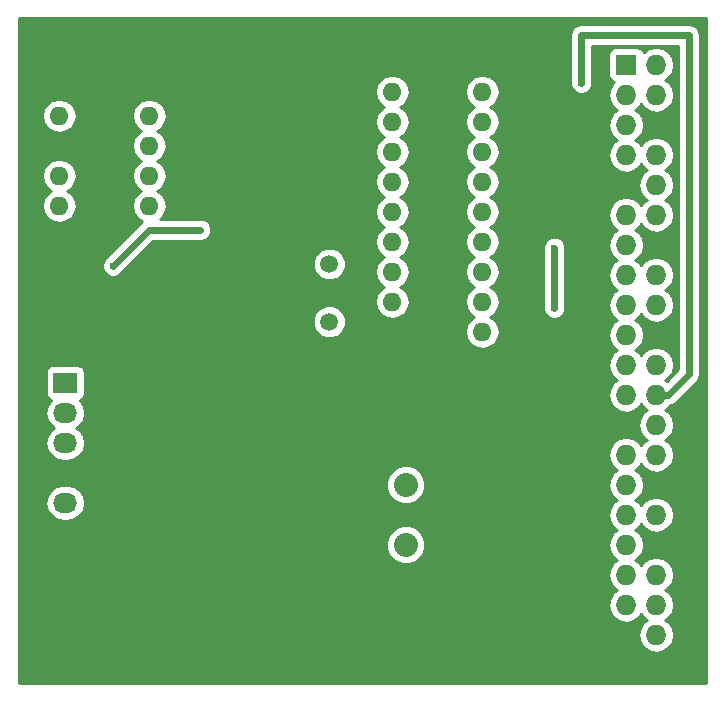
<source format=gbr>
G04 #@! TF.FileFunction,Copper,L2,Bot,Signal*
%FSLAX46Y46*%
G04 Gerber Fmt 4.6, Leading zero omitted, Abs format (unit mm)*
G04 Created by KiCad (PCBNEW 4.0.1-3.201512221402+6198~38~ubuntu14.04.1-stable) date Fri 08 Jan 2016 09:21:13 PM CST*
%MOMM*%
G01*
G04 APERTURE LIST*
%ADD10C,0.100000*%
%ADD11R,2.032000X1.727200*%
%ADD12O,2.032000X1.727200*%
%ADD13R,1.727200X1.727200*%
%ADD14O,1.727200X1.727200*%
%ADD15C,2.032000*%
%ADD16O,2.032000X2.032000*%
%ADD17O,1.600000X1.600000*%
%ADD18C,1.501140*%
%ADD19C,0.600000*%
%ADD20C,0.600000*%
%ADD21C,0.254000*%
G04 APERTURE END LIST*
D10*
D11*
X127254000Y-128778000D03*
D12*
X127254000Y-131318000D03*
X127254000Y-133858000D03*
X127254000Y-136398000D03*
X127254000Y-138938000D03*
X127254000Y-141478000D03*
D13*
X174752000Y-101854000D03*
D14*
X177292000Y-101854000D03*
X174752000Y-104394000D03*
X177292000Y-104394000D03*
X174752000Y-106934000D03*
X177292000Y-106934000D03*
X174752000Y-109474000D03*
X177292000Y-109474000D03*
X174752000Y-112014000D03*
X177292000Y-112014000D03*
X174752000Y-114554000D03*
X177292000Y-114554000D03*
X174752000Y-117094000D03*
X177292000Y-117094000D03*
X174752000Y-119634000D03*
X177292000Y-119634000D03*
X174752000Y-122174000D03*
X177292000Y-122174000D03*
X174752000Y-124714000D03*
X177292000Y-124714000D03*
X174752000Y-127254000D03*
X177292000Y-127254000D03*
X174752000Y-129794000D03*
X177292000Y-129794000D03*
X174752000Y-132334000D03*
X177292000Y-132334000D03*
X174752000Y-134874000D03*
X177292000Y-134874000D03*
X174752000Y-137414000D03*
X177292000Y-137414000D03*
X174752000Y-139954000D03*
X177292000Y-139954000D03*
X174752000Y-142494000D03*
X177292000Y-142494000D03*
X174752000Y-145034000D03*
X177292000Y-145034000D03*
X174752000Y-147574000D03*
X177292000Y-147574000D03*
X174752000Y-150114000D03*
X177292000Y-150114000D03*
D15*
X156083000Y-142494000D03*
X156083000Y-137414000D03*
D16*
X156083000Y-139954000D03*
D17*
X126746000Y-106172000D03*
X126746000Y-108712000D03*
X126746000Y-111252000D03*
X126746000Y-113792000D03*
X134366000Y-113792000D03*
X134366000Y-111252000D03*
X134366000Y-108712000D03*
X134366000Y-106172000D03*
X154940000Y-104140000D03*
X154940000Y-106680000D03*
X154940000Y-109220000D03*
X154940000Y-111760000D03*
X154940000Y-114300000D03*
X154940000Y-116840000D03*
X154940000Y-119380000D03*
X154940000Y-121920000D03*
X154940000Y-124460000D03*
X162560000Y-124460000D03*
X162560000Y-121920000D03*
X162560000Y-119380000D03*
X162560000Y-116840000D03*
X162560000Y-114300000D03*
X162560000Y-111760000D03*
X162560000Y-109220000D03*
X162560000Y-106680000D03*
X162560000Y-104140000D03*
D18*
X149606000Y-118717060D03*
X149606000Y-123598940D03*
D19*
X127286000Y-122174000D03*
X144812000Y-129032000D03*
X144780000Y-122904000D03*
X141954000Y-106172000D03*
X168656000Y-117348000D03*
X168656000Y-122428000D03*
X170942000Y-103378000D03*
X131286000Y-118872000D03*
X138684000Y-115824000D03*
D20*
X127286000Y-122174000D02*
X127254000Y-122174000D01*
X144812000Y-129032000D02*
X144780000Y-129032000D01*
X144780000Y-122904000D02*
X144780000Y-122936000D01*
X141954000Y-106172000D02*
X141986000Y-106172000D01*
X168656000Y-122428000D02*
X168656000Y-117348000D01*
X180086000Y-100584000D02*
X180086000Y-99314000D01*
X170942000Y-103378000D02*
X170942000Y-99314000D01*
X170942000Y-99314000D02*
X178816000Y-99314000D01*
X177292000Y-129794000D02*
X178308000Y-129794000D01*
X180086000Y-128016000D02*
X178308000Y-129794000D01*
X180086000Y-100584000D02*
X180086000Y-128016000D01*
X180086000Y-99314000D02*
X178816000Y-99314000D01*
X134334000Y-115824000D02*
X138684000Y-115824000D01*
X131286000Y-118872000D02*
X134334000Y-115824000D01*
D21*
G36*
X181483000Y-154178000D02*
X123317000Y-154178000D01*
X123317000Y-142820963D01*
X154431714Y-142820963D01*
X154682534Y-143427995D01*
X155146563Y-143892834D01*
X155753155Y-144144713D01*
X156409963Y-144145286D01*
X157016995Y-143894466D01*
X157481834Y-143430437D01*
X157733713Y-142823845D01*
X157734286Y-142167037D01*
X157483466Y-141560005D01*
X157019437Y-141095166D01*
X156412845Y-140843287D01*
X155756037Y-140842714D01*
X155149005Y-141093534D01*
X154684166Y-141557563D01*
X154432287Y-142164155D01*
X154431714Y-142820963D01*
X123317000Y-142820963D01*
X123317000Y-138938000D01*
X125570655Y-138938000D01*
X125684729Y-139511489D01*
X126009585Y-139997670D01*
X126495766Y-140322526D01*
X127069255Y-140436600D01*
X127438745Y-140436600D01*
X128012234Y-140322526D01*
X128498415Y-139997670D01*
X128823271Y-139511489D01*
X128937345Y-138938000D01*
X128823271Y-138364511D01*
X128498415Y-137878330D01*
X128292831Y-137740963D01*
X154431714Y-137740963D01*
X154682534Y-138347995D01*
X155146563Y-138812834D01*
X155753155Y-139064713D01*
X156409963Y-139065286D01*
X157016995Y-138814466D01*
X157481834Y-138350437D01*
X157733713Y-137743845D01*
X157734286Y-137087037D01*
X157483466Y-136480005D01*
X157019437Y-136015166D01*
X156412845Y-135763287D01*
X155756037Y-135762714D01*
X155149005Y-136013534D01*
X154684166Y-136477563D01*
X154432287Y-137084155D01*
X154431714Y-137740963D01*
X128292831Y-137740963D01*
X128012234Y-137553474D01*
X127438745Y-137439400D01*
X127069255Y-137439400D01*
X126495766Y-137553474D01*
X126009585Y-137878330D01*
X125684729Y-138364511D01*
X125570655Y-138938000D01*
X123317000Y-138938000D01*
X123317000Y-131318000D01*
X125570655Y-131318000D01*
X125684729Y-131891489D01*
X126009585Y-132377670D01*
X126324366Y-132588000D01*
X126009585Y-132798330D01*
X125684729Y-133284511D01*
X125570655Y-133858000D01*
X125684729Y-134431489D01*
X126009585Y-134917670D01*
X126495766Y-135242526D01*
X127069255Y-135356600D01*
X127438745Y-135356600D01*
X128012234Y-135242526D01*
X128498415Y-134917670D01*
X128823271Y-134431489D01*
X128937345Y-133858000D01*
X128823271Y-133284511D01*
X128498415Y-132798330D01*
X128183634Y-132588000D01*
X128498415Y-132377670D01*
X128823271Y-131891489D01*
X128937345Y-131318000D01*
X128823271Y-130744511D01*
X128498415Y-130258330D01*
X128484087Y-130248757D01*
X128505317Y-130244762D01*
X128721441Y-130105690D01*
X128866431Y-129893490D01*
X128917440Y-129641600D01*
X128917440Y-127914400D01*
X128873162Y-127679083D01*
X128734090Y-127462959D01*
X128521890Y-127317969D01*
X128270000Y-127266960D01*
X126238000Y-127266960D01*
X126002683Y-127311238D01*
X125786559Y-127450310D01*
X125641569Y-127662510D01*
X125590560Y-127914400D01*
X125590560Y-129641600D01*
X125634838Y-129876917D01*
X125773910Y-130093041D01*
X125986110Y-130238031D01*
X126027439Y-130246400D01*
X126009585Y-130258330D01*
X125684729Y-130744511D01*
X125570655Y-131318000D01*
X123317000Y-131318000D01*
X123317000Y-123873338D01*
X148220190Y-123873338D01*
X148430686Y-124382777D01*
X148820113Y-124772884D01*
X149329184Y-124984269D01*
X149880398Y-124984750D01*
X150389837Y-124774254D01*
X150779944Y-124384827D01*
X150991329Y-123875756D01*
X150991810Y-123324542D01*
X150781314Y-122815103D01*
X150391887Y-122424996D01*
X149882816Y-122213611D01*
X149331602Y-122213130D01*
X148822163Y-122423626D01*
X148432056Y-122813053D01*
X148220671Y-123322124D01*
X148220190Y-123873338D01*
X123317000Y-123873338D01*
X123317000Y-119057167D01*
X130350838Y-119057167D01*
X130492883Y-119400943D01*
X130755673Y-119664192D01*
X131099201Y-119806838D01*
X131471167Y-119807162D01*
X131814943Y-119665117D01*
X132078192Y-119402327D01*
X132078355Y-119401935D01*
X132488832Y-118991458D01*
X148220190Y-118991458D01*
X148430686Y-119500897D01*
X148820113Y-119891004D01*
X149329184Y-120102389D01*
X149880398Y-120102870D01*
X150389837Y-119892374D01*
X150779944Y-119502947D01*
X150991329Y-118993876D01*
X150991810Y-118442662D01*
X150781314Y-117933223D01*
X150391887Y-117543116D01*
X149882816Y-117331731D01*
X149331602Y-117331250D01*
X148822163Y-117541746D01*
X148432056Y-117931173D01*
X148220671Y-118440244D01*
X148220190Y-118991458D01*
X132488832Y-118991458D01*
X134721290Y-116759000D01*
X138683184Y-116759000D01*
X138869167Y-116759162D01*
X139212943Y-116617117D01*
X139476192Y-116354327D01*
X139618838Y-116010799D01*
X139619162Y-115638833D01*
X139477117Y-115295057D01*
X139214327Y-115031808D01*
X138870799Y-114889162D01*
X138498833Y-114888838D01*
X138498441Y-114889000D01*
X135285638Y-114889000D01*
X135408811Y-114806698D01*
X135719880Y-114341151D01*
X135829113Y-113792000D01*
X135719880Y-113242849D01*
X135408811Y-112777302D01*
X135026725Y-112522000D01*
X135408811Y-112266698D01*
X135719880Y-111801151D01*
X135829113Y-111252000D01*
X135719880Y-110702849D01*
X135408811Y-110237302D01*
X135026725Y-109982000D01*
X135408811Y-109726698D01*
X135719880Y-109261151D01*
X135829113Y-108712000D01*
X135719880Y-108162849D01*
X135408811Y-107697302D01*
X135026725Y-107442000D01*
X135408811Y-107186698D01*
X135719880Y-106721151D01*
X135829113Y-106172000D01*
X135719880Y-105622849D01*
X135408811Y-105157302D01*
X134943264Y-104846233D01*
X134394113Y-104737000D01*
X134337887Y-104737000D01*
X133788736Y-104846233D01*
X133323189Y-105157302D01*
X133012120Y-105622849D01*
X132902887Y-106172000D01*
X133012120Y-106721151D01*
X133323189Y-107186698D01*
X133705275Y-107442000D01*
X133323189Y-107697302D01*
X133012120Y-108162849D01*
X132902887Y-108712000D01*
X133012120Y-109261151D01*
X133323189Y-109726698D01*
X133705275Y-109982000D01*
X133323189Y-110237302D01*
X133012120Y-110702849D01*
X132902887Y-111252000D01*
X133012120Y-111801151D01*
X133323189Y-112266698D01*
X133705275Y-112522000D01*
X133323189Y-112777302D01*
X133012120Y-113242849D01*
X132902887Y-113792000D01*
X133012120Y-114341151D01*
X133323189Y-114806698D01*
X133764535Y-115101596D01*
X133672855Y-115162855D01*
X130625146Y-118210564D01*
X130493808Y-118341673D01*
X130351162Y-118685201D01*
X130350838Y-119057167D01*
X123317000Y-119057167D01*
X123317000Y-111252000D01*
X125282887Y-111252000D01*
X125392120Y-111801151D01*
X125703189Y-112266698D01*
X126085275Y-112522000D01*
X125703189Y-112777302D01*
X125392120Y-113242849D01*
X125282887Y-113792000D01*
X125392120Y-114341151D01*
X125703189Y-114806698D01*
X126168736Y-115117767D01*
X126717887Y-115227000D01*
X126774113Y-115227000D01*
X127323264Y-115117767D01*
X127788811Y-114806698D01*
X128099880Y-114341151D01*
X128209113Y-113792000D01*
X128099880Y-113242849D01*
X127788811Y-112777302D01*
X127406725Y-112522000D01*
X127788811Y-112266698D01*
X128099880Y-111801151D01*
X128209113Y-111252000D01*
X128099880Y-110702849D01*
X127788811Y-110237302D01*
X127323264Y-109926233D01*
X126774113Y-109817000D01*
X126717887Y-109817000D01*
X126168736Y-109926233D01*
X125703189Y-110237302D01*
X125392120Y-110702849D01*
X125282887Y-111252000D01*
X123317000Y-111252000D01*
X123317000Y-106172000D01*
X125282887Y-106172000D01*
X125392120Y-106721151D01*
X125703189Y-107186698D01*
X126168736Y-107497767D01*
X126717887Y-107607000D01*
X126774113Y-107607000D01*
X127323264Y-107497767D01*
X127788811Y-107186698D01*
X128099880Y-106721151D01*
X128209113Y-106172000D01*
X128099880Y-105622849D01*
X127788811Y-105157302D01*
X127323264Y-104846233D01*
X126774113Y-104737000D01*
X126717887Y-104737000D01*
X126168736Y-104846233D01*
X125703189Y-105157302D01*
X125392120Y-105622849D01*
X125282887Y-106172000D01*
X123317000Y-106172000D01*
X123317000Y-104140000D01*
X153476887Y-104140000D01*
X153586120Y-104689151D01*
X153897189Y-105154698D01*
X154279275Y-105410000D01*
X153897189Y-105665302D01*
X153586120Y-106130849D01*
X153476887Y-106680000D01*
X153586120Y-107229151D01*
X153897189Y-107694698D01*
X154279275Y-107950000D01*
X153897189Y-108205302D01*
X153586120Y-108670849D01*
X153476887Y-109220000D01*
X153586120Y-109769151D01*
X153897189Y-110234698D01*
X154279275Y-110490000D01*
X153897189Y-110745302D01*
X153586120Y-111210849D01*
X153476887Y-111760000D01*
X153586120Y-112309151D01*
X153897189Y-112774698D01*
X154279275Y-113030000D01*
X153897189Y-113285302D01*
X153586120Y-113750849D01*
X153476887Y-114300000D01*
X153586120Y-114849151D01*
X153897189Y-115314698D01*
X154279275Y-115570000D01*
X153897189Y-115825302D01*
X153586120Y-116290849D01*
X153476887Y-116840000D01*
X153586120Y-117389151D01*
X153897189Y-117854698D01*
X154279275Y-118110000D01*
X153897189Y-118365302D01*
X153586120Y-118830849D01*
X153476887Y-119380000D01*
X153586120Y-119929151D01*
X153897189Y-120394698D01*
X154279275Y-120650000D01*
X153897189Y-120905302D01*
X153586120Y-121370849D01*
X153476887Y-121920000D01*
X153586120Y-122469151D01*
X153897189Y-122934698D01*
X154362736Y-123245767D01*
X154911887Y-123355000D01*
X154968113Y-123355000D01*
X155517264Y-123245767D01*
X155982811Y-122934698D01*
X156293880Y-122469151D01*
X156403113Y-121920000D01*
X156293880Y-121370849D01*
X155982811Y-120905302D01*
X155600725Y-120650000D01*
X155982811Y-120394698D01*
X156293880Y-119929151D01*
X156403113Y-119380000D01*
X156293880Y-118830849D01*
X155982811Y-118365302D01*
X155600725Y-118110000D01*
X155982811Y-117854698D01*
X156293880Y-117389151D01*
X156403113Y-116840000D01*
X156293880Y-116290849D01*
X155982811Y-115825302D01*
X155600725Y-115570000D01*
X155982811Y-115314698D01*
X156293880Y-114849151D01*
X156403113Y-114300000D01*
X156293880Y-113750849D01*
X155982811Y-113285302D01*
X155600725Y-113030000D01*
X155982811Y-112774698D01*
X156293880Y-112309151D01*
X156403113Y-111760000D01*
X156293880Y-111210849D01*
X155982811Y-110745302D01*
X155600725Y-110490000D01*
X155982811Y-110234698D01*
X156293880Y-109769151D01*
X156403113Y-109220000D01*
X156293880Y-108670849D01*
X155982811Y-108205302D01*
X155600725Y-107950000D01*
X155982811Y-107694698D01*
X156293880Y-107229151D01*
X156403113Y-106680000D01*
X156293880Y-106130849D01*
X155982811Y-105665302D01*
X155600725Y-105410000D01*
X155982811Y-105154698D01*
X156293880Y-104689151D01*
X156403113Y-104140000D01*
X161096887Y-104140000D01*
X161206120Y-104689151D01*
X161517189Y-105154698D01*
X161899275Y-105410000D01*
X161517189Y-105665302D01*
X161206120Y-106130849D01*
X161096887Y-106680000D01*
X161206120Y-107229151D01*
X161517189Y-107694698D01*
X161899275Y-107950000D01*
X161517189Y-108205302D01*
X161206120Y-108670849D01*
X161096887Y-109220000D01*
X161206120Y-109769151D01*
X161517189Y-110234698D01*
X161899275Y-110490000D01*
X161517189Y-110745302D01*
X161206120Y-111210849D01*
X161096887Y-111760000D01*
X161206120Y-112309151D01*
X161517189Y-112774698D01*
X161899275Y-113030000D01*
X161517189Y-113285302D01*
X161206120Y-113750849D01*
X161096887Y-114300000D01*
X161206120Y-114849151D01*
X161517189Y-115314698D01*
X161899275Y-115570000D01*
X161517189Y-115825302D01*
X161206120Y-116290849D01*
X161096887Y-116840000D01*
X161206120Y-117389151D01*
X161517189Y-117854698D01*
X161899275Y-118110000D01*
X161517189Y-118365302D01*
X161206120Y-118830849D01*
X161096887Y-119380000D01*
X161206120Y-119929151D01*
X161517189Y-120394698D01*
X161899275Y-120650000D01*
X161517189Y-120905302D01*
X161206120Y-121370849D01*
X161096887Y-121920000D01*
X161206120Y-122469151D01*
X161517189Y-122934698D01*
X161899275Y-123190000D01*
X161517189Y-123445302D01*
X161206120Y-123910849D01*
X161096887Y-124460000D01*
X161206120Y-125009151D01*
X161517189Y-125474698D01*
X161982736Y-125785767D01*
X162531887Y-125895000D01*
X162588113Y-125895000D01*
X163137264Y-125785767D01*
X163602811Y-125474698D01*
X163913880Y-125009151D01*
X164023113Y-124460000D01*
X163913880Y-123910849D01*
X163602811Y-123445302D01*
X163220725Y-123190000D01*
X163602811Y-122934698D01*
X163913880Y-122469151D01*
X164023113Y-121920000D01*
X163913880Y-121370849D01*
X163602811Y-120905302D01*
X163220725Y-120650000D01*
X163602811Y-120394698D01*
X163913880Y-119929151D01*
X164023113Y-119380000D01*
X163913880Y-118830849D01*
X163602811Y-118365302D01*
X163220725Y-118110000D01*
X163602811Y-117854698D01*
X163817651Y-117533167D01*
X167720838Y-117533167D01*
X167721000Y-117533559D01*
X167721000Y-122427184D01*
X167720838Y-122613167D01*
X167862883Y-122956943D01*
X168125673Y-123220192D01*
X168469201Y-123362838D01*
X168841167Y-123363162D01*
X169184943Y-123221117D01*
X169448192Y-122958327D01*
X169590838Y-122614799D01*
X169591162Y-122242833D01*
X169591000Y-122242441D01*
X169591000Y-117348816D01*
X169591162Y-117162833D01*
X169449117Y-116819057D01*
X169186327Y-116555808D01*
X168842799Y-116413162D01*
X168470833Y-116412838D01*
X168127057Y-116554883D01*
X167863808Y-116817673D01*
X167721162Y-117161201D01*
X167720838Y-117533167D01*
X163817651Y-117533167D01*
X163913880Y-117389151D01*
X164023113Y-116840000D01*
X163913880Y-116290849D01*
X163602811Y-115825302D01*
X163220725Y-115570000D01*
X163602811Y-115314698D01*
X163913880Y-114849151D01*
X164023113Y-114300000D01*
X163913880Y-113750849D01*
X163602811Y-113285302D01*
X163220725Y-113030000D01*
X163602811Y-112774698D01*
X163913880Y-112309151D01*
X164023113Y-111760000D01*
X163913880Y-111210849D01*
X163602811Y-110745302D01*
X163220725Y-110490000D01*
X163602811Y-110234698D01*
X163913880Y-109769151D01*
X164023113Y-109220000D01*
X163913880Y-108670849D01*
X163602811Y-108205302D01*
X163220725Y-107950000D01*
X163602811Y-107694698D01*
X163913880Y-107229151D01*
X164023113Y-106680000D01*
X163913880Y-106130849D01*
X163602811Y-105665302D01*
X163220725Y-105410000D01*
X163602811Y-105154698D01*
X163913880Y-104689151D01*
X164023113Y-104140000D01*
X163913880Y-103590849D01*
X163895384Y-103563167D01*
X170006838Y-103563167D01*
X170148883Y-103906943D01*
X170411673Y-104170192D01*
X170755201Y-104312838D01*
X171127167Y-104313162D01*
X171470943Y-104171117D01*
X171734192Y-103908327D01*
X171876838Y-103564799D01*
X171877162Y-103192833D01*
X171877000Y-103192441D01*
X171877000Y-100249000D01*
X179151000Y-100249000D01*
X179151000Y-127628710D01*
X178179822Y-128599888D01*
X178066248Y-128524000D01*
X178381029Y-128313670D01*
X178705885Y-127827489D01*
X178819959Y-127254000D01*
X178705885Y-126680511D01*
X178381029Y-126194330D01*
X177894848Y-125869474D01*
X177321359Y-125755400D01*
X177262641Y-125755400D01*
X176689152Y-125869474D01*
X176202971Y-126194330D01*
X176022000Y-126465172D01*
X175841029Y-126194330D01*
X175526248Y-125984000D01*
X175841029Y-125773670D01*
X176165885Y-125287489D01*
X176279959Y-124714000D01*
X176165885Y-124140511D01*
X175841029Y-123654330D01*
X175526248Y-123444000D01*
X175841029Y-123233670D01*
X176022000Y-122962828D01*
X176202971Y-123233670D01*
X176689152Y-123558526D01*
X177262641Y-123672600D01*
X177321359Y-123672600D01*
X177894848Y-123558526D01*
X178381029Y-123233670D01*
X178705885Y-122747489D01*
X178819959Y-122174000D01*
X178705885Y-121600511D01*
X178381029Y-121114330D01*
X178066248Y-120904000D01*
X178381029Y-120693670D01*
X178705885Y-120207489D01*
X178819959Y-119634000D01*
X178705885Y-119060511D01*
X178381029Y-118574330D01*
X177894848Y-118249474D01*
X177321359Y-118135400D01*
X177262641Y-118135400D01*
X176689152Y-118249474D01*
X176202971Y-118574330D01*
X176022000Y-118845172D01*
X175841029Y-118574330D01*
X175526248Y-118364000D01*
X175841029Y-118153670D01*
X176165885Y-117667489D01*
X176279959Y-117094000D01*
X176165885Y-116520511D01*
X175841029Y-116034330D01*
X175526248Y-115824000D01*
X175841029Y-115613670D01*
X176022000Y-115342828D01*
X176202971Y-115613670D01*
X176689152Y-115938526D01*
X177262641Y-116052600D01*
X177321359Y-116052600D01*
X177894848Y-115938526D01*
X178381029Y-115613670D01*
X178705885Y-115127489D01*
X178819959Y-114554000D01*
X178705885Y-113980511D01*
X178381029Y-113494330D01*
X178066248Y-113284000D01*
X178381029Y-113073670D01*
X178705885Y-112587489D01*
X178819959Y-112014000D01*
X178705885Y-111440511D01*
X178381029Y-110954330D01*
X178066248Y-110744000D01*
X178381029Y-110533670D01*
X178705885Y-110047489D01*
X178819959Y-109474000D01*
X178705885Y-108900511D01*
X178381029Y-108414330D01*
X177894848Y-108089474D01*
X177321359Y-107975400D01*
X177262641Y-107975400D01*
X176689152Y-108089474D01*
X176202971Y-108414330D01*
X176022000Y-108685172D01*
X175841029Y-108414330D01*
X175526248Y-108204000D01*
X175841029Y-107993670D01*
X176165885Y-107507489D01*
X176279959Y-106934000D01*
X176165885Y-106360511D01*
X175841029Y-105874330D01*
X175526248Y-105664000D01*
X175841029Y-105453670D01*
X176022000Y-105182828D01*
X176202971Y-105453670D01*
X176689152Y-105778526D01*
X177262641Y-105892600D01*
X177321359Y-105892600D01*
X177894848Y-105778526D01*
X178381029Y-105453670D01*
X178705885Y-104967489D01*
X178819959Y-104394000D01*
X178705885Y-103820511D01*
X178381029Y-103334330D01*
X178066248Y-103124000D01*
X178381029Y-102913670D01*
X178705885Y-102427489D01*
X178819959Y-101854000D01*
X178705885Y-101280511D01*
X178381029Y-100794330D01*
X177894848Y-100469474D01*
X177321359Y-100355400D01*
X177262641Y-100355400D01*
X176689152Y-100469474D01*
X176223558Y-100780574D01*
X176218762Y-100755083D01*
X176079690Y-100538959D01*
X175867490Y-100393969D01*
X175615600Y-100342960D01*
X173888400Y-100342960D01*
X173653083Y-100387238D01*
X173436959Y-100526310D01*
X173291969Y-100738510D01*
X173240960Y-100990400D01*
X173240960Y-102717600D01*
X173285238Y-102952917D01*
X173424310Y-103169041D01*
X173636510Y-103314031D01*
X173680131Y-103322864D01*
X173662971Y-103334330D01*
X173338115Y-103820511D01*
X173224041Y-104394000D01*
X173338115Y-104967489D01*
X173662971Y-105453670D01*
X173977752Y-105664000D01*
X173662971Y-105874330D01*
X173338115Y-106360511D01*
X173224041Y-106934000D01*
X173338115Y-107507489D01*
X173662971Y-107993670D01*
X173977752Y-108204000D01*
X173662971Y-108414330D01*
X173338115Y-108900511D01*
X173224041Y-109474000D01*
X173338115Y-110047489D01*
X173662971Y-110533670D01*
X174149152Y-110858526D01*
X174722641Y-110972600D01*
X174781359Y-110972600D01*
X175354848Y-110858526D01*
X175841029Y-110533670D01*
X176022000Y-110262828D01*
X176202971Y-110533670D01*
X176517752Y-110744000D01*
X176202971Y-110954330D01*
X175878115Y-111440511D01*
X175764041Y-112014000D01*
X175878115Y-112587489D01*
X176202971Y-113073670D01*
X176517752Y-113284000D01*
X176202971Y-113494330D01*
X176022000Y-113765172D01*
X175841029Y-113494330D01*
X175354848Y-113169474D01*
X174781359Y-113055400D01*
X174722641Y-113055400D01*
X174149152Y-113169474D01*
X173662971Y-113494330D01*
X173338115Y-113980511D01*
X173224041Y-114554000D01*
X173338115Y-115127489D01*
X173662971Y-115613670D01*
X173977752Y-115824000D01*
X173662971Y-116034330D01*
X173338115Y-116520511D01*
X173224041Y-117094000D01*
X173338115Y-117667489D01*
X173662971Y-118153670D01*
X173977752Y-118364000D01*
X173662971Y-118574330D01*
X173338115Y-119060511D01*
X173224041Y-119634000D01*
X173338115Y-120207489D01*
X173662971Y-120693670D01*
X173977752Y-120904000D01*
X173662971Y-121114330D01*
X173338115Y-121600511D01*
X173224041Y-122174000D01*
X173338115Y-122747489D01*
X173662971Y-123233670D01*
X173977752Y-123444000D01*
X173662971Y-123654330D01*
X173338115Y-124140511D01*
X173224041Y-124714000D01*
X173338115Y-125287489D01*
X173662971Y-125773670D01*
X173977752Y-125984000D01*
X173662971Y-126194330D01*
X173338115Y-126680511D01*
X173224041Y-127254000D01*
X173338115Y-127827489D01*
X173662971Y-128313670D01*
X173977752Y-128524000D01*
X173662971Y-128734330D01*
X173338115Y-129220511D01*
X173224041Y-129794000D01*
X173338115Y-130367489D01*
X173662971Y-130853670D01*
X174149152Y-131178526D01*
X174722641Y-131292600D01*
X174781359Y-131292600D01*
X175354848Y-131178526D01*
X175841029Y-130853670D01*
X176022000Y-130582828D01*
X176202971Y-130853670D01*
X176517752Y-131064000D01*
X176202971Y-131274330D01*
X175878115Y-131760511D01*
X175764041Y-132334000D01*
X175878115Y-132907489D01*
X176202971Y-133393670D01*
X176517752Y-133604000D01*
X176202971Y-133814330D01*
X176022000Y-134085172D01*
X175841029Y-133814330D01*
X175354848Y-133489474D01*
X174781359Y-133375400D01*
X174722641Y-133375400D01*
X174149152Y-133489474D01*
X173662971Y-133814330D01*
X173338115Y-134300511D01*
X173224041Y-134874000D01*
X173338115Y-135447489D01*
X173662971Y-135933670D01*
X173977752Y-136144000D01*
X173662971Y-136354330D01*
X173338115Y-136840511D01*
X173224041Y-137414000D01*
X173338115Y-137987489D01*
X173662971Y-138473670D01*
X173977752Y-138684000D01*
X173662971Y-138894330D01*
X173338115Y-139380511D01*
X173224041Y-139954000D01*
X173338115Y-140527489D01*
X173662971Y-141013670D01*
X173977752Y-141224000D01*
X173662971Y-141434330D01*
X173338115Y-141920511D01*
X173224041Y-142494000D01*
X173338115Y-143067489D01*
X173662971Y-143553670D01*
X173977752Y-143764000D01*
X173662971Y-143974330D01*
X173338115Y-144460511D01*
X173224041Y-145034000D01*
X173338115Y-145607489D01*
X173662971Y-146093670D01*
X173977752Y-146304000D01*
X173662971Y-146514330D01*
X173338115Y-147000511D01*
X173224041Y-147574000D01*
X173338115Y-148147489D01*
X173662971Y-148633670D01*
X174149152Y-148958526D01*
X174722641Y-149072600D01*
X174781359Y-149072600D01*
X175354848Y-148958526D01*
X175841029Y-148633670D01*
X176022000Y-148362828D01*
X176202971Y-148633670D01*
X176517752Y-148844000D01*
X176202971Y-149054330D01*
X175878115Y-149540511D01*
X175764041Y-150114000D01*
X175878115Y-150687489D01*
X176202971Y-151173670D01*
X176689152Y-151498526D01*
X177262641Y-151612600D01*
X177321359Y-151612600D01*
X177894848Y-151498526D01*
X178381029Y-151173670D01*
X178705885Y-150687489D01*
X178819959Y-150114000D01*
X178705885Y-149540511D01*
X178381029Y-149054330D01*
X178066248Y-148844000D01*
X178381029Y-148633670D01*
X178705885Y-148147489D01*
X178819959Y-147574000D01*
X178705885Y-147000511D01*
X178381029Y-146514330D01*
X178066248Y-146304000D01*
X178381029Y-146093670D01*
X178705885Y-145607489D01*
X178819959Y-145034000D01*
X178705885Y-144460511D01*
X178381029Y-143974330D01*
X177894848Y-143649474D01*
X177321359Y-143535400D01*
X177262641Y-143535400D01*
X176689152Y-143649474D01*
X176202971Y-143974330D01*
X176022000Y-144245172D01*
X175841029Y-143974330D01*
X175526248Y-143764000D01*
X175841029Y-143553670D01*
X176165885Y-143067489D01*
X176279959Y-142494000D01*
X176165885Y-141920511D01*
X175841029Y-141434330D01*
X175526248Y-141224000D01*
X175841029Y-141013670D01*
X176022000Y-140742828D01*
X176202971Y-141013670D01*
X176689152Y-141338526D01*
X177262641Y-141452600D01*
X177321359Y-141452600D01*
X177894848Y-141338526D01*
X178381029Y-141013670D01*
X178705885Y-140527489D01*
X178819959Y-139954000D01*
X178705885Y-139380511D01*
X178381029Y-138894330D01*
X177894848Y-138569474D01*
X177321359Y-138455400D01*
X177262641Y-138455400D01*
X176689152Y-138569474D01*
X176202971Y-138894330D01*
X176022000Y-139165172D01*
X175841029Y-138894330D01*
X175526248Y-138684000D01*
X175841029Y-138473670D01*
X176165885Y-137987489D01*
X176279959Y-137414000D01*
X176165885Y-136840511D01*
X175841029Y-136354330D01*
X175526248Y-136144000D01*
X175841029Y-135933670D01*
X176022000Y-135662828D01*
X176202971Y-135933670D01*
X176689152Y-136258526D01*
X177262641Y-136372600D01*
X177321359Y-136372600D01*
X177894848Y-136258526D01*
X178381029Y-135933670D01*
X178705885Y-135447489D01*
X178819959Y-134874000D01*
X178705885Y-134300511D01*
X178381029Y-133814330D01*
X178066248Y-133604000D01*
X178381029Y-133393670D01*
X178705885Y-132907489D01*
X178819959Y-132334000D01*
X178705885Y-131760511D01*
X178381029Y-131274330D01*
X178066248Y-131064000D01*
X178381029Y-130853670D01*
X178488294Y-130693137D01*
X178665809Y-130657827D01*
X178969145Y-130455145D01*
X180747145Y-128677145D01*
X180949827Y-128373809D01*
X181021000Y-128016000D01*
X181021000Y-99314000D01*
X180949827Y-98956191D01*
X180747145Y-98652855D01*
X180443809Y-98450173D01*
X180086000Y-98379000D01*
X170942000Y-98379000D01*
X170584191Y-98450173D01*
X170280855Y-98652855D01*
X170078173Y-98956191D01*
X170007000Y-99314000D01*
X170007000Y-103377184D01*
X170006838Y-103563167D01*
X163895384Y-103563167D01*
X163602811Y-103125302D01*
X163137264Y-102814233D01*
X162588113Y-102705000D01*
X162531887Y-102705000D01*
X161982736Y-102814233D01*
X161517189Y-103125302D01*
X161206120Y-103590849D01*
X161096887Y-104140000D01*
X156403113Y-104140000D01*
X156293880Y-103590849D01*
X155982811Y-103125302D01*
X155517264Y-102814233D01*
X154968113Y-102705000D01*
X154911887Y-102705000D01*
X154362736Y-102814233D01*
X153897189Y-103125302D01*
X153586120Y-103590849D01*
X153476887Y-104140000D01*
X123317000Y-104140000D01*
X123317000Y-97917000D01*
X181483000Y-97917000D01*
X181483000Y-154178000D01*
X181483000Y-154178000D01*
G37*
X181483000Y-154178000D02*
X123317000Y-154178000D01*
X123317000Y-142820963D01*
X154431714Y-142820963D01*
X154682534Y-143427995D01*
X155146563Y-143892834D01*
X155753155Y-144144713D01*
X156409963Y-144145286D01*
X157016995Y-143894466D01*
X157481834Y-143430437D01*
X157733713Y-142823845D01*
X157734286Y-142167037D01*
X157483466Y-141560005D01*
X157019437Y-141095166D01*
X156412845Y-140843287D01*
X155756037Y-140842714D01*
X155149005Y-141093534D01*
X154684166Y-141557563D01*
X154432287Y-142164155D01*
X154431714Y-142820963D01*
X123317000Y-142820963D01*
X123317000Y-138938000D01*
X125570655Y-138938000D01*
X125684729Y-139511489D01*
X126009585Y-139997670D01*
X126495766Y-140322526D01*
X127069255Y-140436600D01*
X127438745Y-140436600D01*
X128012234Y-140322526D01*
X128498415Y-139997670D01*
X128823271Y-139511489D01*
X128937345Y-138938000D01*
X128823271Y-138364511D01*
X128498415Y-137878330D01*
X128292831Y-137740963D01*
X154431714Y-137740963D01*
X154682534Y-138347995D01*
X155146563Y-138812834D01*
X155753155Y-139064713D01*
X156409963Y-139065286D01*
X157016995Y-138814466D01*
X157481834Y-138350437D01*
X157733713Y-137743845D01*
X157734286Y-137087037D01*
X157483466Y-136480005D01*
X157019437Y-136015166D01*
X156412845Y-135763287D01*
X155756037Y-135762714D01*
X155149005Y-136013534D01*
X154684166Y-136477563D01*
X154432287Y-137084155D01*
X154431714Y-137740963D01*
X128292831Y-137740963D01*
X128012234Y-137553474D01*
X127438745Y-137439400D01*
X127069255Y-137439400D01*
X126495766Y-137553474D01*
X126009585Y-137878330D01*
X125684729Y-138364511D01*
X125570655Y-138938000D01*
X123317000Y-138938000D01*
X123317000Y-131318000D01*
X125570655Y-131318000D01*
X125684729Y-131891489D01*
X126009585Y-132377670D01*
X126324366Y-132588000D01*
X126009585Y-132798330D01*
X125684729Y-133284511D01*
X125570655Y-133858000D01*
X125684729Y-134431489D01*
X126009585Y-134917670D01*
X126495766Y-135242526D01*
X127069255Y-135356600D01*
X127438745Y-135356600D01*
X128012234Y-135242526D01*
X128498415Y-134917670D01*
X128823271Y-134431489D01*
X128937345Y-133858000D01*
X128823271Y-133284511D01*
X128498415Y-132798330D01*
X128183634Y-132588000D01*
X128498415Y-132377670D01*
X128823271Y-131891489D01*
X128937345Y-131318000D01*
X128823271Y-130744511D01*
X128498415Y-130258330D01*
X128484087Y-130248757D01*
X128505317Y-130244762D01*
X128721441Y-130105690D01*
X128866431Y-129893490D01*
X128917440Y-129641600D01*
X128917440Y-127914400D01*
X128873162Y-127679083D01*
X128734090Y-127462959D01*
X128521890Y-127317969D01*
X128270000Y-127266960D01*
X126238000Y-127266960D01*
X126002683Y-127311238D01*
X125786559Y-127450310D01*
X125641569Y-127662510D01*
X125590560Y-127914400D01*
X125590560Y-129641600D01*
X125634838Y-129876917D01*
X125773910Y-130093041D01*
X125986110Y-130238031D01*
X126027439Y-130246400D01*
X126009585Y-130258330D01*
X125684729Y-130744511D01*
X125570655Y-131318000D01*
X123317000Y-131318000D01*
X123317000Y-123873338D01*
X148220190Y-123873338D01*
X148430686Y-124382777D01*
X148820113Y-124772884D01*
X149329184Y-124984269D01*
X149880398Y-124984750D01*
X150389837Y-124774254D01*
X150779944Y-124384827D01*
X150991329Y-123875756D01*
X150991810Y-123324542D01*
X150781314Y-122815103D01*
X150391887Y-122424996D01*
X149882816Y-122213611D01*
X149331602Y-122213130D01*
X148822163Y-122423626D01*
X148432056Y-122813053D01*
X148220671Y-123322124D01*
X148220190Y-123873338D01*
X123317000Y-123873338D01*
X123317000Y-119057167D01*
X130350838Y-119057167D01*
X130492883Y-119400943D01*
X130755673Y-119664192D01*
X131099201Y-119806838D01*
X131471167Y-119807162D01*
X131814943Y-119665117D01*
X132078192Y-119402327D01*
X132078355Y-119401935D01*
X132488832Y-118991458D01*
X148220190Y-118991458D01*
X148430686Y-119500897D01*
X148820113Y-119891004D01*
X149329184Y-120102389D01*
X149880398Y-120102870D01*
X150389837Y-119892374D01*
X150779944Y-119502947D01*
X150991329Y-118993876D01*
X150991810Y-118442662D01*
X150781314Y-117933223D01*
X150391887Y-117543116D01*
X149882816Y-117331731D01*
X149331602Y-117331250D01*
X148822163Y-117541746D01*
X148432056Y-117931173D01*
X148220671Y-118440244D01*
X148220190Y-118991458D01*
X132488832Y-118991458D01*
X134721290Y-116759000D01*
X138683184Y-116759000D01*
X138869167Y-116759162D01*
X139212943Y-116617117D01*
X139476192Y-116354327D01*
X139618838Y-116010799D01*
X139619162Y-115638833D01*
X139477117Y-115295057D01*
X139214327Y-115031808D01*
X138870799Y-114889162D01*
X138498833Y-114888838D01*
X138498441Y-114889000D01*
X135285638Y-114889000D01*
X135408811Y-114806698D01*
X135719880Y-114341151D01*
X135829113Y-113792000D01*
X135719880Y-113242849D01*
X135408811Y-112777302D01*
X135026725Y-112522000D01*
X135408811Y-112266698D01*
X135719880Y-111801151D01*
X135829113Y-111252000D01*
X135719880Y-110702849D01*
X135408811Y-110237302D01*
X135026725Y-109982000D01*
X135408811Y-109726698D01*
X135719880Y-109261151D01*
X135829113Y-108712000D01*
X135719880Y-108162849D01*
X135408811Y-107697302D01*
X135026725Y-107442000D01*
X135408811Y-107186698D01*
X135719880Y-106721151D01*
X135829113Y-106172000D01*
X135719880Y-105622849D01*
X135408811Y-105157302D01*
X134943264Y-104846233D01*
X134394113Y-104737000D01*
X134337887Y-104737000D01*
X133788736Y-104846233D01*
X133323189Y-105157302D01*
X133012120Y-105622849D01*
X132902887Y-106172000D01*
X133012120Y-106721151D01*
X133323189Y-107186698D01*
X133705275Y-107442000D01*
X133323189Y-107697302D01*
X133012120Y-108162849D01*
X132902887Y-108712000D01*
X133012120Y-109261151D01*
X133323189Y-109726698D01*
X133705275Y-109982000D01*
X133323189Y-110237302D01*
X133012120Y-110702849D01*
X132902887Y-111252000D01*
X133012120Y-111801151D01*
X133323189Y-112266698D01*
X133705275Y-112522000D01*
X133323189Y-112777302D01*
X133012120Y-113242849D01*
X132902887Y-113792000D01*
X133012120Y-114341151D01*
X133323189Y-114806698D01*
X133764535Y-115101596D01*
X133672855Y-115162855D01*
X130625146Y-118210564D01*
X130493808Y-118341673D01*
X130351162Y-118685201D01*
X130350838Y-119057167D01*
X123317000Y-119057167D01*
X123317000Y-111252000D01*
X125282887Y-111252000D01*
X125392120Y-111801151D01*
X125703189Y-112266698D01*
X126085275Y-112522000D01*
X125703189Y-112777302D01*
X125392120Y-113242849D01*
X125282887Y-113792000D01*
X125392120Y-114341151D01*
X125703189Y-114806698D01*
X126168736Y-115117767D01*
X126717887Y-115227000D01*
X126774113Y-115227000D01*
X127323264Y-115117767D01*
X127788811Y-114806698D01*
X128099880Y-114341151D01*
X128209113Y-113792000D01*
X128099880Y-113242849D01*
X127788811Y-112777302D01*
X127406725Y-112522000D01*
X127788811Y-112266698D01*
X128099880Y-111801151D01*
X128209113Y-111252000D01*
X128099880Y-110702849D01*
X127788811Y-110237302D01*
X127323264Y-109926233D01*
X126774113Y-109817000D01*
X126717887Y-109817000D01*
X126168736Y-109926233D01*
X125703189Y-110237302D01*
X125392120Y-110702849D01*
X125282887Y-111252000D01*
X123317000Y-111252000D01*
X123317000Y-106172000D01*
X125282887Y-106172000D01*
X125392120Y-106721151D01*
X125703189Y-107186698D01*
X126168736Y-107497767D01*
X126717887Y-107607000D01*
X126774113Y-107607000D01*
X127323264Y-107497767D01*
X127788811Y-107186698D01*
X128099880Y-106721151D01*
X128209113Y-106172000D01*
X128099880Y-105622849D01*
X127788811Y-105157302D01*
X127323264Y-104846233D01*
X126774113Y-104737000D01*
X126717887Y-104737000D01*
X126168736Y-104846233D01*
X125703189Y-105157302D01*
X125392120Y-105622849D01*
X125282887Y-106172000D01*
X123317000Y-106172000D01*
X123317000Y-104140000D01*
X153476887Y-104140000D01*
X153586120Y-104689151D01*
X153897189Y-105154698D01*
X154279275Y-105410000D01*
X153897189Y-105665302D01*
X153586120Y-106130849D01*
X153476887Y-106680000D01*
X153586120Y-107229151D01*
X153897189Y-107694698D01*
X154279275Y-107950000D01*
X153897189Y-108205302D01*
X153586120Y-108670849D01*
X153476887Y-109220000D01*
X153586120Y-109769151D01*
X153897189Y-110234698D01*
X154279275Y-110490000D01*
X153897189Y-110745302D01*
X153586120Y-111210849D01*
X153476887Y-111760000D01*
X153586120Y-112309151D01*
X153897189Y-112774698D01*
X154279275Y-113030000D01*
X153897189Y-113285302D01*
X153586120Y-113750849D01*
X153476887Y-114300000D01*
X153586120Y-114849151D01*
X153897189Y-115314698D01*
X154279275Y-115570000D01*
X153897189Y-115825302D01*
X153586120Y-116290849D01*
X153476887Y-116840000D01*
X153586120Y-117389151D01*
X153897189Y-117854698D01*
X154279275Y-118110000D01*
X153897189Y-118365302D01*
X153586120Y-118830849D01*
X153476887Y-119380000D01*
X153586120Y-119929151D01*
X153897189Y-120394698D01*
X154279275Y-120650000D01*
X153897189Y-120905302D01*
X153586120Y-121370849D01*
X153476887Y-121920000D01*
X153586120Y-122469151D01*
X153897189Y-122934698D01*
X154362736Y-123245767D01*
X154911887Y-123355000D01*
X154968113Y-123355000D01*
X155517264Y-123245767D01*
X155982811Y-122934698D01*
X156293880Y-122469151D01*
X156403113Y-121920000D01*
X156293880Y-121370849D01*
X155982811Y-120905302D01*
X155600725Y-120650000D01*
X155982811Y-120394698D01*
X156293880Y-119929151D01*
X156403113Y-119380000D01*
X156293880Y-118830849D01*
X155982811Y-118365302D01*
X155600725Y-118110000D01*
X155982811Y-117854698D01*
X156293880Y-117389151D01*
X156403113Y-116840000D01*
X156293880Y-116290849D01*
X155982811Y-115825302D01*
X155600725Y-115570000D01*
X155982811Y-115314698D01*
X156293880Y-114849151D01*
X156403113Y-114300000D01*
X156293880Y-113750849D01*
X155982811Y-113285302D01*
X155600725Y-113030000D01*
X155982811Y-112774698D01*
X156293880Y-112309151D01*
X156403113Y-111760000D01*
X156293880Y-111210849D01*
X155982811Y-110745302D01*
X155600725Y-110490000D01*
X155982811Y-110234698D01*
X156293880Y-109769151D01*
X156403113Y-109220000D01*
X156293880Y-108670849D01*
X155982811Y-108205302D01*
X155600725Y-107950000D01*
X155982811Y-107694698D01*
X156293880Y-107229151D01*
X156403113Y-106680000D01*
X156293880Y-106130849D01*
X155982811Y-105665302D01*
X155600725Y-105410000D01*
X155982811Y-105154698D01*
X156293880Y-104689151D01*
X156403113Y-104140000D01*
X161096887Y-104140000D01*
X161206120Y-104689151D01*
X161517189Y-105154698D01*
X161899275Y-105410000D01*
X161517189Y-105665302D01*
X161206120Y-106130849D01*
X161096887Y-106680000D01*
X161206120Y-107229151D01*
X161517189Y-107694698D01*
X161899275Y-107950000D01*
X161517189Y-108205302D01*
X161206120Y-108670849D01*
X161096887Y-109220000D01*
X161206120Y-109769151D01*
X161517189Y-110234698D01*
X161899275Y-110490000D01*
X161517189Y-110745302D01*
X161206120Y-111210849D01*
X161096887Y-111760000D01*
X161206120Y-112309151D01*
X161517189Y-112774698D01*
X161899275Y-113030000D01*
X161517189Y-113285302D01*
X161206120Y-113750849D01*
X161096887Y-114300000D01*
X161206120Y-114849151D01*
X161517189Y-115314698D01*
X161899275Y-115570000D01*
X161517189Y-115825302D01*
X161206120Y-116290849D01*
X161096887Y-116840000D01*
X161206120Y-117389151D01*
X161517189Y-117854698D01*
X161899275Y-118110000D01*
X161517189Y-118365302D01*
X161206120Y-118830849D01*
X161096887Y-119380000D01*
X161206120Y-119929151D01*
X161517189Y-120394698D01*
X161899275Y-120650000D01*
X161517189Y-120905302D01*
X161206120Y-121370849D01*
X161096887Y-121920000D01*
X161206120Y-122469151D01*
X161517189Y-122934698D01*
X161899275Y-123190000D01*
X161517189Y-123445302D01*
X161206120Y-123910849D01*
X161096887Y-124460000D01*
X161206120Y-125009151D01*
X161517189Y-125474698D01*
X161982736Y-125785767D01*
X162531887Y-125895000D01*
X162588113Y-125895000D01*
X163137264Y-125785767D01*
X163602811Y-125474698D01*
X163913880Y-125009151D01*
X164023113Y-124460000D01*
X163913880Y-123910849D01*
X163602811Y-123445302D01*
X163220725Y-123190000D01*
X163602811Y-122934698D01*
X163913880Y-122469151D01*
X164023113Y-121920000D01*
X163913880Y-121370849D01*
X163602811Y-120905302D01*
X163220725Y-120650000D01*
X163602811Y-120394698D01*
X163913880Y-119929151D01*
X164023113Y-119380000D01*
X163913880Y-118830849D01*
X163602811Y-118365302D01*
X163220725Y-118110000D01*
X163602811Y-117854698D01*
X163817651Y-117533167D01*
X167720838Y-117533167D01*
X167721000Y-117533559D01*
X167721000Y-122427184D01*
X167720838Y-122613167D01*
X167862883Y-122956943D01*
X168125673Y-123220192D01*
X168469201Y-123362838D01*
X168841167Y-123363162D01*
X169184943Y-123221117D01*
X169448192Y-122958327D01*
X169590838Y-122614799D01*
X169591162Y-122242833D01*
X169591000Y-122242441D01*
X169591000Y-117348816D01*
X169591162Y-117162833D01*
X169449117Y-116819057D01*
X169186327Y-116555808D01*
X168842799Y-116413162D01*
X168470833Y-116412838D01*
X168127057Y-116554883D01*
X167863808Y-116817673D01*
X167721162Y-117161201D01*
X167720838Y-117533167D01*
X163817651Y-117533167D01*
X163913880Y-117389151D01*
X164023113Y-116840000D01*
X163913880Y-116290849D01*
X163602811Y-115825302D01*
X163220725Y-115570000D01*
X163602811Y-115314698D01*
X163913880Y-114849151D01*
X164023113Y-114300000D01*
X163913880Y-113750849D01*
X163602811Y-113285302D01*
X163220725Y-113030000D01*
X163602811Y-112774698D01*
X163913880Y-112309151D01*
X164023113Y-111760000D01*
X163913880Y-111210849D01*
X163602811Y-110745302D01*
X163220725Y-110490000D01*
X163602811Y-110234698D01*
X163913880Y-109769151D01*
X164023113Y-109220000D01*
X163913880Y-108670849D01*
X163602811Y-108205302D01*
X163220725Y-107950000D01*
X163602811Y-107694698D01*
X163913880Y-107229151D01*
X164023113Y-106680000D01*
X163913880Y-106130849D01*
X163602811Y-105665302D01*
X163220725Y-105410000D01*
X163602811Y-105154698D01*
X163913880Y-104689151D01*
X164023113Y-104140000D01*
X163913880Y-103590849D01*
X163895384Y-103563167D01*
X170006838Y-103563167D01*
X170148883Y-103906943D01*
X170411673Y-104170192D01*
X170755201Y-104312838D01*
X171127167Y-104313162D01*
X171470943Y-104171117D01*
X171734192Y-103908327D01*
X171876838Y-103564799D01*
X171877162Y-103192833D01*
X171877000Y-103192441D01*
X171877000Y-100249000D01*
X179151000Y-100249000D01*
X179151000Y-127628710D01*
X178179822Y-128599888D01*
X178066248Y-128524000D01*
X178381029Y-128313670D01*
X178705885Y-127827489D01*
X178819959Y-127254000D01*
X178705885Y-126680511D01*
X178381029Y-126194330D01*
X177894848Y-125869474D01*
X177321359Y-125755400D01*
X177262641Y-125755400D01*
X176689152Y-125869474D01*
X176202971Y-126194330D01*
X176022000Y-126465172D01*
X175841029Y-126194330D01*
X175526248Y-125984000D01*
X175841029Y-125773670D01*
X176165885Y-125287489D01*
X176279959Y-124714000D01*
X176165885Y-124140511D01*
X175841029Y-123654330D01*
X175526248Y-123444000D01*
X175841029Y-123233670D01*
X176022000Y-122962828D01*
X176202971Y-123233670D01*
X176689152Y-123558526D01*
X177262641Y-123672600D01*
X177321359Y-123672600D01*
X177894848Y-123558526D01*
X178381029Y-123233670D01*
X178705885Y-122747489D01*
X178819959Y-122174000D01*
X178705885Y-121600511D01*
X178381029Y-121114330D01*
X178066248Y-120904000D01*
X178381029Y-120693670D01*
X178705885Y-120207489D01*
X178819959Y-119634000D01*
X178705885Y-119060511D01*
X178381029Y-118574330D01*
X177894848Y-118249474D01*
X177321359Y-118135400D01*
X177262641Y-118135400D01*
X176689152Y-118249474D01*
X176202971Y-118574330D01*
X176022000Y-118845172D01*
X175841029Y-118574330D01*
X175526248Y-118364000D01*
X175841029Y-118153670D01*
X176165885Y-117667489D01*
X176279959Y-117094000D01*
X176165885Y-116520511D01*
X175841029Y-116034330D01*
X175526248Y-115824000D01*
X175841029Y-115613670D01*
X176022000Y-115342828D01*
X176202971Y-115613670D01*
X176689152Y-115938526D01*
X177262641Y-116052600D01*
X177321359Y-116052600D01*
X177894848Y-115938526D01*
X178381029Y-115613670D01*
X178705885Y-115127489D01*
X178819959Y-114554000D01*
X178705885Y-113980511D01*
X178381029Y-113494330D01*
X178066248Y-113284000D01*
X178381029Y-113073670D01*
X178705885Y-112587489D01*
X178819959Y-112014000D01*
X178705885Y-111440511D01*
X178381029Y-110954330D01*
X178066248Y-110744000D01*
X178381029Y-110533670D01*
X178705885Y-110047489D01*
X178819959Y-109474000D01*
X178705885Y-108900511D01*
X178381029Y-108414330D01*
X177894848Y-108089474D01*
X177321359Y-107975400D01*
X177262641Y-107975400D01*
X176689152Y-108089474D01*
X176202971Y-108414330D01*
X176022000Y-108685172D01*
X175841029Y-108414330D01*
X175526248Y-108204000D01*
X175841029Y-107993670D01*
X176165885Y-107507489D01*
X176279959Y-106934000D01*
X176165885Y-106360511D01*
X175841029Y-105874330D01*
X175526248Y-105664000D01*
X175841029Y-105453670D01*
X176022000Y-105182828D01*
X176202971Y-105453670D01*
X176689152Y-105778526D01*
X177262641Y-105892600D01*
X177321359Y-105892600D01*
X177894848Y-105778526D01*
X178381029Y-105453670D01*
X178705885Y-104967489D01*
X178819959Y-104394000D01*
X178705885Y-103820511D01*
X178381029Y-103334330D01*
X178066248Y-103124000D01*
X178381029Y-102913670D01*
X178705885Y-102427489D01*
X178819959Y-101854000D01*
X178705885Y-101280511D01*
X178381029Y-100794330D01*
X177894848Y-100469474D01*
X177321359Y-100355400D01*
X177262641Y-100355400D01*
X176689152Y-100469474D01*
X176223558Y-100780574D01*
X176218762Y-100755083D01*
X176079690Y-100538959D01*
X175867490Y-100393969D01*
X175615600Y-100342960D01*
X173888400Y-100342960D01*
X173653083Y-100387238D01*
X173436959Y-100526310D01*
X173291969Y-100738510D01*
X173240960Y-100990400D01*
X173240960Y-102717600D01*
X173285238Y-102952917D01*
X173424310Y-103169041D01*
X173636510Y-103314031D01*
X173680131Y-103322864D01*
X173662971Y-103334330D01*
X173338115Y-103820511D01*
X173224041Y-104394000D01*
X173338115Y-104967489D01*
X173662971Y-105453670D01*
X173977752Y-105664000D01*
X173662971Y-105874330D01*
X173338115Y-106360511D01*
X173224041Y-106934000D01*
X173338115Y-107507489D01*
X173662971Y-107993670D01*
X173977752Y-108204000D01*
X173662971Y-108414330D01*
X173338115Y-108900511D01*
X173224041Y-109474000D01*
X173338115Y-110047489D01*
X173662971Y-110533670D01*
X174149152Y-110858526D01*
X174722641Y-110972600D01*
X174781359Y-110972600D01*
X175354848Y-110858526D01*
X175841029Y-110533670D01*
X176022000Y-110262828D01*
X176202971Y-110533670D01*
X176517752Y-110744000D01*
X176202971Y-110954330D01*
X175878115Y-111440511D01*
X175764041Y-112014000D01*
X175878115Y-112587489D01*
X176202971Y-113073670D01*
X176517752Y-113284000D01*
X176202971Y-113494330D01*
X176022000Y-113765172D01*
X175841029Y-113494330D01*
X175354848Y-113169474D01*
X174781359Y-113055400D01*
X174722641Y-113055400D01*
X174149152Y-113169474D01*
X173662971Y-113494330D01*
X173338115Y-113980511D01*
X173224041Y-114554000D01*
X173338115Y-115127489D01*
X173662971Y-115613670D01*
X173977752Y-115824000D01*
X173662971Y-116034330D01*
X173338115Y-116520511D01*
X173224041Y-117094000D01*
X173338115Y-117667489D01*
X173662971Y-118153670D01*
X173977752Y-118364000D01*
X173662971Y-118574330D01*
X173338115Y-119060511D01*
X173224041Y-119634000D01*
X173338115Y-120207489D01*
X173662971Y-120693670D01*
X173977752Y-120904000D01*
X173662971Y-121114330D01*
X173338115Y-121600511D01*
X173224041Y-122174000D01*
X173338115Y-122747489D01*
X173662971Y-123233670D01*
X173977752Y-123444000D01*
X173662971Y-123654330D01*
X173338115Y-124140511D01*
X173224041Y-124714000D01*
X173338115Y-125287489D01*
X173662971Y-125773670D01*
X173977752Y-125984000D01*
X173662971Y-126194330D01*
X173338115Y-126680511D01*
X173224041Y-127254000D01*
X173338115Y-127827489D01*
X173662971Y-128313670D01*
X173977752Y-128524000D01*
X173662971Y-128734330D01*
X173338115Y-129220511D01*
X173224041Y-129794000D01*
X173338115Y-130367489D01*
X173662971Y-130853670D01*
X174149152Y-131178526D01*
X174722641Y-131292600D01*
X174781359Y-131292600D01*
X175354848Y-131178526D01*
X175841029Y-130853670D01*
X176022000Y-130582828D01*
X176202971Y-130853670D01*
X176517752Y-131064000D01*
X176202971Y-131274330D01*
X175878115Y-131760511D01*
X175764041Y-132334000D01*
X175878115Y-132907489D01*
X176202971Y-133393670D01*
X176517752Y-133604000D01*
X176202971Y-133814330D01*
X176022000Y-134085172D01*
X175841029Y-133814330D01*
X175354848Y-133489474D01*
X174781359Y-133375400D01*
X174722641Y-133375400D01*
X174149152Y-133489474D01*
X173662971Y-133814330D01*
X173338115Y-134300511D01*
X173224041Y-134874000D01*
X173338115Y-135447489D01*
X173662971Y-135933670D01*
X173977752Y-136144000D01*
X173662971Y-136354330D01*
X173338115Y-136840511D01*
X173224041Y-137414000D01*
X173338115Y-137987489D01*
X173662971Y-138473670D01*
X173977752Y-138684000D01*
X173662971Y-138894330D01*
X173338115Y-139380511D01*
X173224041Y-139954000D01*
X173338115Y-140527489D01*
X173662971Y-141013670D01*
X173977752Y-141224000D01*
X173662971Y-141434330D01*
X173338115Y-141920511D01*
X173224041Y-142494000D01*
X173338115Y-143067489D01*
X173662971Y-143553670D01*
X173977752Y-143764000D01*
X173662971Y-143974330D01*
X173338115Y-144460511D01*
X173224041Y-145034000D01*
X173338115Y-145607489D01*
X173662971Y-146093670D01*
X173977752Y-146304000D01*
X173662971Y-146514330D01*
X173338115Y-147000511D01*
X173224041Y-147574000D01*
X173338115Y-148147489D01*
X173662971Y-148633670D01*
X174149152Y-148958526D01*
X174722641Y-149072600D01*
X174781359Y-149072600D01*
X175354848Y-148958526D01*
X175841029Y-148633670D01*
X176022000Y-148362828D01*
X176202971Y-148633670D01*
X176517752Y-148844000D01*
X176202971Y-149054330D01*
X175878115Y-149540511D01*
X175764041Y-150114000D01*
X175878115Y-150687489D01*
X176202971Y-151173670D01*
X176689152Y-151498526D01*
X177262641Y-151612600D01*
X177321359Y-151612600D01*
X177894848Y-151498526D01*
X178381029Y-151173670D01*
X178705885Y-150687489D01*
X178819959Y-150114000D01*
X178705885Y-149540511D01*
X178381029Y-149054330D01*
X178066248Y-148844000D01*
X178381029Y-148633670D01*
X178705885Y-148147489D01*
X178819959Y-147574000D01*
X178705885Y-147000511D01*
X178381029Y-146514330D01*
X178066248Y-146304000D01*
X178381029Y-146093670D01*
X178705885Y-145607489D01*
X178819959Y-145034000D01*
X178705885Y-144460511D01*
X178381029Y-143974330D01*
X177894848Y-143649474D01*
X177321359Y-143535400D01*
X177262641Y-143535400D01*
X176689152Y-143649474D01*
X176202971Y-143974330D01*
X176022000Y-144245172D01*
X175841029Y-143974330D01*
X175526248Y-143764000D01*
X175841029Y-143553670D01*
X176165885Y-143067489D01*
X176279959Y-142494000D01*
X176165885Y-141920511D01*
X175841029Y-141434330D01*
X175526248Y-141224000D01*
X175841029Y-141013670D01*
X176022000Y-140742828D01*
X176202971Y-141013670D01*
X176689152Y-141338526D01*
X177262641Y-141452600D01*
X177321359Y-141452600D01*
X177894848Y-141338526D01*
X178381029Y-141013670D01*
X178705885Y-140527489D01*
X178819959Y-139954000D01*
X178705885Y-139380511D01*
X178381029Y-138894330D01*
X177894848Y-138569474D01*
X177321359Y-138455400D01*
X177262641Y-138455400D01*
X176689152Y-138569474D01*
X176202971Y-138894330D01*
X176022000Y-139165172D01*
X175841029Y-138894330D01*
X175526248Y-138684000D01*
X175841029Y-138473670D01*
X176165885Y-137987489D01*
X176279959Y-137414000D01*
X176165885Y-136840511D01*
X175841029Y-136354330D01*
X175526248Y-136144000D01*
X175841029Y-135933670D01*
X176022000Y-135662828D01*
X176202971Y-135933670D01*
X176689152Y-136258526D01*
X177262641Y-136372600D01*
X177321359Y-136372600D01*
X177894848Y-136258526D01*
X178381029Y-135933670D01*
X178705885Y-135447489D01*
X178819959Y-134874000D01*
X178705885Y-134300511D01*
X178381029Y-133814330D01*
X178066248Y-133604000D01*
X178381029Y-133393670D01*
X178705885Y-132907489D01*
X178819959Y-132334000D01*
X178705885Y-131760511D01*
X178381029Y-131274330D01*
X178066248Y-131064000D01*
X178381029Y-130853670D01*
X178488294Y-130693137D01*
X178665809Y-130657827D01*
X178969145Y-130455145D01*
X180747145Y-128677145D01*
X180949827Y-128373809D01*
X181021000Y-128016000D01*
X181021000Y-99314000D01*
X180949827Y-98956191D01*
X180747145Y-98652855D01*
X180443809Y-98450173D01*
X180086000Y-98379000D01*
X170942000Y-98379000D01*
X170584191Y-98450173D01*
X170280855Y-98652855D01*
X170078173Y-98956191D01*
X170007000Y-99314000D01*
X170007000Y-103377184D01*
X170006838Y-103563167D01*
X163895384Y-103563167D01*
X163602811Y-103125302D01*
X163137264Y-102814233D01*
X162588113Y-102705000D01*
X162531887Y-102705000D01*
X161982736Y-102814233D01*
X161517189Y-103125302D01*
X161206120Y-103590849D01*
X161096887Y-104140000D01*
X156403113Y-104140000D01*
X156293880Y-103590849D01*
X155982811Y-103125302D01*
X155517264Y-102814233D01*
X154968113Y-102705000D01*
X154911887Y-102705000D01*
X154362736Y-102814233D01*
X153897189Y-103125302D01*
X153586120Y-103590849D01*
X153476887Y-104140000D01*
X123317000Y-104140000D01*
X123317000Y-97917000D01*
X181483000Y-97917000D01*
X181483000Y-154178000D01*
M02*

</source>
